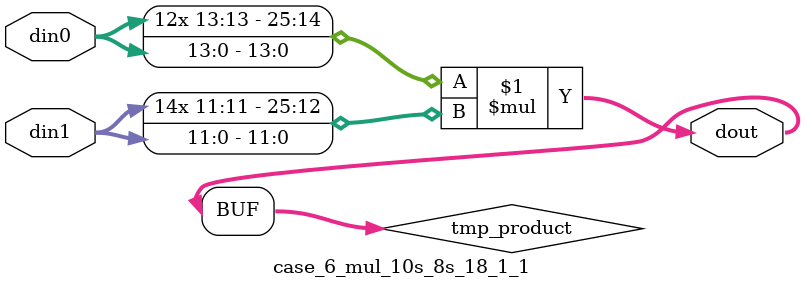
<source format=v>

`timescale 1 ns / 1 ps

 (* use_dsp = "no" *)  module case_6_mul_10s_8s_18_1_1(din0, din1, dout);
parameter ID = 1;
parameter NUM_STAGE = 0;
parameter din0_WIDTH = 14;
parameter din1_WIDTH = 12;
parameter dout_WIDTH = 26;

input [din0_WIDTH - 1 : 0] din0; 
input [din1_WIDTH - 1 : 0] din1; 
output [dout_WIDTH - 1 : 0] dout;

wire signed [dout_WIDTH - 1 : 0] tmp_product;



























assign tmp_product = $signed(din0) * $signed(din1);








assign dout = tmp_product;





















endmodule

</source>
